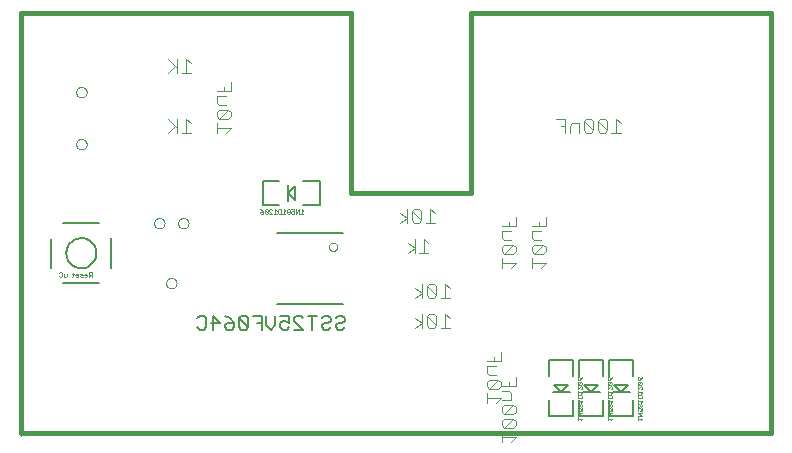
<source format=gbo>
G75*
%MOIN*%
%OFA0B0*%
%FSLAX24Y24*%
%IPPOS*%
%LPD*%
%AMOC8*
5,1,8,0,0,1.08239X$1,22.5*
%
%ADD10C,0.0000*%
%ADD11C,0.0160*%
%ADD12C,0.0040*%
%ADD13C,0.0080*%
%ADD14C,0.0010*%
%ADD15C,0.0060*%
%ADD16C,0.0020*%
%ADD17C,0.0050*%
D10*
X003100Y003862D02*
X003100Y003962D01*
X003100Y017962D01*
X004923Y015329D02*
X004925Y015355D01*
X004931Y015381D01*
X004941Y015406D01*
X004954Y015429D01*
X004970Y015449D01*
X004990Y015467D01*
X005012Y015482D01*
X005035Y015494D01*
X005061Y015502D01*
X005087Y015506D01*
X005113Y015506D01*
X005139Y015502D01*
X005165Y015494D01*
X005189Y015482D01*
X005210Y015467D01*
X005230Y015449D01*
X005246Y015429D01*
X005259Y015406D01*
X005269Y015381D01*
X005275Y015355D01*
X005277Y015329D01*
X005275Y015303D01*
X005269Y015277D01*
X005259Y015252D01*
X005246Y015229D01*
X005230Y015209D01*
X005210Y015191D01*
X005188Y015176D01*
X005165Y015164D01*
X005139Y015156D01*
X005113Y015152D01*
X005087Y015152D01*
X005061Y015156D01*
X005035Y015164D01*
X005011Y015176D01*
X004990Y015191D01*
X004970Y015209D01*
X004954Y015229D01*
X004941Y015252D01*
X004931Y015277D01*
X004925Y015303D01*
X004923Y015329D01*
X004923Y013596D02*
X004925Y013622D01*
X004931Y013648D01*
X004941Y013673D01*
X004954Y013696D01*
X004970Y013716D01*
X004990Y013734D01*
X005012Y013749D01*
X005035Y013761D01*
X005061Y013769D01*
X005087Y013773D01*
X005113Y013773D01*
X005139Y013769D01*
X005165Y013761D01*
X005189Y013749D01*
X005210Y013734D01*
X005230Y013716D01*
X005246Y013696D01*
X005259Y013673D01*
X005269Y013648D01*
X005275Y013622D01*
X005277Y013596D01*
X005275Y013570D01*
X005269Y013544D01*
X005259Y013519D01*
X005246Y013496D01*
X005230Y013476D01*
X005210Y013458D01*
X005188Y013443D01*
X005165Y013431D01*
X005139Y013423D01*
X005113Y013419D01*
X005087Y013419D01*
X005061Y013423D01*
X005035Y013431D01*
X005011Y013443D01*
X004990Y013458D01*
X004970Y013476D01*
X004954Y013496D01*
X004941Y013519D01*
X004931Y013544D01*
X004925Y013570D01*
X004923Y013596D01*
X007525Y010962D02*
X007527Y010988D01*
X007533Y011014D01*
X007542Y011038D01*
X007555Y011061D01*
X007572Y011081D01*
X007591Y011099D01*
X007613Y011114D01*
X007636Y011125D01*
X007661Y011133D01*
X007687Y011137D01*
X007713Y011137D01*
X007739Y011133D01*
X007764Y011125D01*
X007788Y011114D01*
X007809Y011099D01*
X007828Y011081D01*
X007845Y011061D01*
X007858Y011038D01*
X007867Y011014D01*
X007873Y010988D01*
X007875Y010962D01*
X007873Y010936D01*
X007867Y010910D01*
X007858Y010886D01*
X007845Y010863D01*
X007828Y010843D01*
X007809Y010825D01*
X007787Y010810D01*
X007764Y010799D01*
X007739Y010791D01*
X007713Y010787D01*
X007687Y010787D01*
X007661Y010791D01*
X007636Y010799D01*
X007612Y010810D01*
X007591Y010825D01*
X007572Y010843D01*
X007555Y010863D01*
X007542Y010886D01*
X007533Y010910D01*
X007527Y010936D01*
X007525Y010962D01*
X008325Y010962D02*
X008327Y010988D01*
X008333Y011014D01*
X008342Y011038D01*
X008355Y011061D01*
X008372Y011081D01*
X008391Y011099D01*
X008413Y011114D01*
X008436Y011125D01*
X008461Y011133D01*
X008487Y011137D01*
X008513Y011137D01*
X008539Y011133D01*
X008564Y011125D01*
X008588Y011114D01*
X008609Y011099D01*
X008628Y011081D01*
X008645Y011061D01*
X008658Y011038D01*
X008667Y011014D01*
X008673Y010988D01*
X008675Y010962D01*
X008673Y010936D01*
X008667Y010910D01*
X008658Y010886D01*
X008645Y010863D01*
X008628Y010843D01*
X008609Y010825D01*
X008587Y010810D01*
X008564Y010799D01*
X008539Y010791D01*
X008513Y010787D01*
X008487Y010787D01*
X008461Y010791D01*
X008436Y010799D01*
X008412Y010810D01*
X008391Y010825D01*
X008372Y010843D01*
X008355Y010863D01*
X008342Y010886D01*
X008333Y010910D01*
X008327Y010936D01*
X008325Y010962D01*
X007925Y008962D02*
X007927Y008988D01*
X007933Y009014D01*
X007942Y009038D01*
X007955Y009061D01*
X007972Y009081D01*
X007991Y009099D01*
X008013Y009114D01*
X008036Y009125D01*
X008061Y009133D01*
X008087Y009137D01*
X008113Y009137D01*
X008139Y009133D01*
X008164Y009125D01*
X008188Y009114D01*
X008209Y009099D01*
X008228Y009081D01*
X008245Y009061D01*
X008258Y009038D01*
X008267Y009014D01*
X008273Y008988D01*
X008275Y008962D01*
X008273Y008936D01*
X008267Y008910D01*
X008258Y008886D01*
X008245Y008863D01*
X008228Y008843D01*
X008209Y008825D01*
X008187Y008810D01*
X008164Y008799D01*
X008139Y008791D01*
X008113Y008787D01*
X008087Y008787D01*
X008061Y008791D01*
X008036Y008799D01*
X008012Y008810D01*
X007991Y008825D01*
X007972Y008843D01*
X007955Y008863D01*
X007942Y008886D01*
X007933Y008910D01*
X007927Y008936D01*
X007925Y008962D01*
D11*
X014100Y011962D02*
X018100Y011962D01*
X018100Y017962D01*
X028100Y017962D01*
X028100Y003962D01*
X003100Y003962D01*
X003100Y017962D01*
X014100Y017962D01*
X014100Y011962D01*
D12*
X015733Y011289D02*
X015964Y011136D01*
X015733Y010982D01*
X015964Y010982D02*
X015964Y011443D01*
X016117Y011366D02*
X016424Y011059D01*
X016347Y010982D01*
X016194Y010982D01*
X016117Y011059D01*
X016117Y011366D01*
X016194Y011443D01*
X016347Y011443D01*
X016424Y011366D01*
X016424Y011059D01*
X016578Y010982D02*
X016884Y010982D01*
X016731Y010982D02*
X016731Y011443D01*
X016884Y011289D01*
X016521Y010443D02*
X016521Y009982D01*
X016674Y009982D02*
X016367Y009982D01*
X016214Y009982D02*
X016214Y010443D01*
X015983Y010289D02*
X016214Y010136D01*
X015983Y009982D01*
X016521Y010443D02*
X016674Y010289D01*
X016694Y008943D02*
X016617Y008866D01*
X016924Y008559D01*
X016847Y008482D01*
X016694Y008482D01*
X016617Y008559D01*
X016617Y008866D01*
X016694Y008943D02*
X016847Y008943D01*
X016924Y008866D01*
X016924Y008559D01*
X017078Y008482D02*
X017384Y008482D01*
X017231Y008482D02*
X017231Y008943D01*
X017384Y008789D01*
X016464Y008636D02*
X016233Y008789D01*
X016464Y008636D02*
X016233Y008482D01*
X016464Y008482D02*
X016464Y008943D01*
X016464Y007943D02*
X016464Y007482D01*
X016464Y007636D02*
X016233Y007789D01*
X016464Y007636D02*
X016233Y007482D01*
X016617Y007559D02*
X016617Y007866D01*
X016924Y007559D01*
X016847Y007482D01*
X016694Y007482D01*
X016617Y007559D01*
X016924Y007559D02*
X016924Y007866D01*
X016847Y007943D01*
X016694Y007943D01*
X016617Y007866D01*
X017078Y007482D02*
X017384Y007482D01*
X017231Y007482D02*
X017231Y007943D01*
X017384Y007789D01*
X019080Y006671D02*
X019080Y006364D01*
X018620Y006364D01*
X018620Y006210D02*
X018927Y006210D01*
X018850Y006364D02*
X018850Y006517D01*
X018620Y006210D02*
X018620Y005980D01*
X018697Y005903D01*
X018927Y005903D01*
X019004Y005750D02*
X018697Y005750D01*
X018620Y005673D01*
X018620Y005520D01*
X018697Y005443D01*
X019004Y005750D01*
X019080Y005673D01*
X019080Y005520D01*
X019004Y005443D01*
X018697Y005443D01*
X018620Y005289D02*
X018620Y004982D01*
X018620Y005136D02*
X019080Y005136D01*
X018927Y004982D01*
X019120Y005062D02*
X019427Y005062D01*
X019427Y005292D01*
X019350Y005369D01*
X019120Y005369D01*
X019120Y005522D02*
X019580Y005522D01*
X019580Y005829D01*
X019350Y005676D02*
X019350Y005522D01*
X019197Y004908D02*
X019120Y004832D01*
X019120Y004678D01*
X019197Y004601D01*
X019504Y004908D01*
X019197Y004908D01*
X019504Y004908D02*
X019580Y004832D01*
X019580Y004678D01*
X019504Y004601D01*
X019197Y004601D01*
X019197Y004448D02*
X019120Y004371D01*
X019120Y004218D01*
X019197Y004141D01*
X019504Y004448D01*
X019197Y004448D01*
X019504Y004448D02*
X019580Y004371D01*
X019580Y004218D01*
X019504Y004141D01*
X019197Y004141D01*
X019120Y003987D02*
X019120Y003681D01*
X019120Y003834D02*
X019580Y003834D01*
X019427Y003681D01*
X019427Y009482D02*
X019580Y009636D01*
X019120Y009636D01*
X019120Y009789D02*
X019120Y009482D01*
X019197Y009943D02*
X019504Y010250D01*
X019197Y010250D01*
X019120Y010173D01*
X019120Y010020D01*
X019197Y009943D01*
X019504Y009943D01*
X019580Y010020D01*
X019580Y010173D01*
X019504Y010250D01*
X019427Y010403D02*
X019197Y010403D01*
X019120Y010480D01*
X019120Y010710D01*
X019427Y010710D01*
X019350Y010864D02*
X019350Y011017D01*
X019120Y010864D02*
X019580Y010864D01*
X019580Y011171D01*
X020120Y010864D02*
X020580Y010864D01*
X020580Y011171D01*
X020350Y011017D02*
X020350Y010864D01*
X020427Y010710D02*
X020120Y010710D01*
X020120Y010480D01*
X020197Y010403D01*
X020427Y010403D01*
X020504Y010250D02*
X020197Y009943D01*
X020120Y010020D01*
X020120Y010173D01*
X020197Y010250D01*
X020504Y010250D01*
X020580Y010173D01*
X020580Y010020D01*
X020504Y009943D01*
X020197Y009943D01*
X020120Y009789D02*
X020120Y009482D01*
X020120Y009636D02*
X020580Y009636D01*
X020427Y009482D01*
X021238Y013982D02*
X021238Y014443D01*
X020932Y014443D01*
X021085Y014213D02*
X021238Y014213D01*
X021392Y014213D02*
X021392Y013982D01*
X021392Y014213D02*
X021469Y014289D01*
X021699Y014289D01*
X021699Y013982D01*
X021852Y014059D02*
X021929Y013982D01*
X022082Y013982D01*
X022159Y014059D01*
X021852Y014366D01*
X021852Y014059D01*
X021852Y014366D02*
X021929Y014443D01*
X022082Y014443D01*
X022159Y014366D01*
X022159Y014059D01*
X022313Y014059D02*
X022313Y014366D01*
X022620Y014059D01*
X022543Y013982D01*
X022389Y013982D01*
X022313Y014059D01*
X022620Y014059D02*
X022620Y014366D01*
X022543Y014443D01*
X022389Y014443D01*
X022313Y014366D01*
X022773Y013982D02*
X023080Y013982D01*
X022927Y013982D02*
X022927Y014443D01*
X023080Y014289D01*
X010080Y014136D02*
X009620Y014136D01*
X009620Y014289D02*
X009620Y013982D01*
X009927Y013982D02*
X010080Y014136D01*
X010004Y014443D02*
X010080Y014520D01*
X010080Y014673D01*
X010004Y014750D01*
X009697Y014443D01*
X009620Y014520D01*
X009620Y014673D01*
X009697Y014750D01*
X010004Y014750D01*
X009927Y014903D02*
X009697Y014903D01*
X009620Y014980D01*
X009620Y015210D01*
X009927Y015210D01*
X009850Y015364D02*
X009850Y015517D01*
X009620Y015364D02*
X010080Y015364D01*
X010080Y015671D01*
X008751Y015982D02*
X008444Y015982D01*
X008597Y015982D02*
X008597Y016443D01*
X008751Y016289D01*
X008290Y016136D02*
X007983Y016443D01*
X008290Y016443D02*
X008290Y015982D01*
X008214Y016213D02*
X007983Y015982D01*
X007983Y014443D02*
X008290Y014136D01*
X008214Y014213D02*
X007983Y013982D01*
X008290Y013982D02*
X008290Y014443D01*
X008597Y014443D02*
X008597Y013982D01*
X008444Y013982D02*
X008751Y013982D01*
X008751Y014289D02*
X008597Y014443D01*
X009697Y014443D02*
X010004Y014443D01*
D13*
X011155Y012356D02*
X011155Y011569D01*
X011706Y011569D01*
X011982Y011687D02*
X011982Y011962D01*
X012218Y011726D01*
X012218Y012199D01*
X011982Y011962D01*
X011982Y012238D01*
X011706Y012356D02*
X011155Y012356D01*
X012494Y012356D02*
X013045Y012356D01*
X013045Y011569D01*
X012494Y011569D01*
X006100Y010462D02*
X006100Y009474D01*
X005706Y008962D02*
X004494Y008962D01*
X004100Y009474D02*
X004100Y010451D01*
X004494Y010962D02*
X005706Y010962D01*
X004600Y009962D02*
X004602Y010006D01*
X004608Y010050D01*
X004618Y010093D01*
X004631Y010135D01*
X004648Y010176D01*
X004669Y010215D01*
X004693Y010252D01*
X004720Y010287D01*
X004750Y010319D01*
X004783Y010349D01*
X004819Y010375D01*
X004856Y010399D01*
X004896Y010418D01*
X004937Y010435D01*
X004980Y010447D01*
X005023Y010456D01*
X005067Y010461D01*
X005111Y010462D01*
X005155Y010459D01*
X005199Y010452D01*
X005242Y010441D01*
X005284Y010427D01*
X005324Y010409D01*
X005363Y010387D01*
X005399Y010363D01*
X005433Y010335D01*
X005465Y010304D01*
X005494Y010270D01*
X005520Y010234D01*
X005542Y010196D01*
X005561Y010156D01*
X005576Y010114D01*
X005588Y010072D01*
X005596Y010028D01*
X005600Y009984D01*
X005600Y009940D01*
X005596Y009896D01*
X005588Y009852D01*
X005576Y009810D01*
X005561Y009768D01*
X005542Y009728D01*
X005520Y009690D01*
X005494Y009654D01*
X005465Y009620D01*
X005433Y009589D01*
X005399Y009561D01*
X005363Y009537D01*
X005324Y009515D01*
X005284Y009497D01*
X005242Y009483D01*
X005199Y009472D01*
X005155Y009465D01*
X005111Y009462D01*
X005067Y009463D01*
X005023Y009468D01*
X004980Y009477D01*
X004937Y009489D01*
X004896Y009506D01*
X004856Y009525D01*
X004819Y009549D01*
X004783Y009575D01*
X004750Y009605D01*
X004720Y009637D01*
X004693Y009672D01*
X004669Y009709D01*
X004648Y009748D01*
X004631Y009789D01*
X004618Y009831D01*
X004608Y009874D01*
X004602Y009918D01*
X004600Y009962D01*
X020706Y006407D02*
X020706Y005856D01*
X020864Y005581D02*
X021336Y005581D01*
X021100Y005344D01*
X020864Y005581D01*
X020824Y005344D02*
X021100Y005344D01*
X021376Y005344D01*
X021494Y005069D02*
X021494Y004518D01*
X020706Y004518D01*
X020706Y005069D01*
X021706Y005069D02*
X021706Y004518D01*
X022494Y004518D01*
X022494Y005069D01*
X022706Y005069D02*
X022706Y004518D01*
X023494Y004518D01*
X023494Y005069D01*
X023376Y005344D02*
X023100Y005344D01*
X023336Y005581D01*
X022864Y005581D01*
X023100Y005344D01*
X022824Y005344D01*
X022376Y005344D02*
X022100Y005344D01*
X022336Y005581D01*
X021864Y005581D01*
X022100Y005344D01*
X021824Y005344D01*
X021706Y005856D02*
X021706Y006407D01*
X022494Y006407D01*
X022494Y005856D01*
X022706Y005856D02*
X022706Y006407D01*
X023494Y006407D01*
X023494Y005856D01*
X021494Y005856D02*
X021494Y006407D01*
X020706Y006407D01*
D14*
X021645Y005795D02*
X021670Y005820D01*
X021695Y005820D01*
X021720Y005795D01*
X021720Y005720D01*
X021670Y005720D01*
X021645Y005745D01*
X021645Y005795D01*
X021720Y005720D02*
X021770Y005770D01*
X021795Y005820D01*
X021770Y005673D02*
X021670Y005573D01*
X021645Y005598D01*
X021645Y005648D01*
X021670Y005673D01*
X021770Y005673D01*
X021795Y005648D01*
X021795Y005598D01*
X021770Y005573D01*
X021670Y005573D01*
X021645Y005526D02*
X021645Y005426D01*
X021745Y005526D01*
X021770Y005526D01*
X021795Y005501D01*
X021795Y005451D01*
X021770Y005426D01*
X021795Y005328D02*
X021645Y005328D01*
X021645Y005278D02*
X021645Y005378D01*
X021745Y005278D02*
X021795Y005328D01*
X021770Y005231D02*
X021795Y005206D01*
X021795Y005131D01*
X021645Y005131D01*
X021645Y005206D01*
X021670Y005231D01*
X021770Y005231D01*
X021645Y005084D02*
X021645Y004984D01*
X021645Y005034D02*
X021795Y005034D01*
X021745Y004984D01*
X021745Y004936D02*
X021720Y004911D01*
X021720Y004861D01*
X021745Y004836D01*
X021770Y004836D01*
X021795Y004861D01*
X021795Y004911D01*
X021770Y004936D01*
X021745Y004936D01*
X021720Y004911D02*
X021695Y004936D01*
X021670Y004936D01*
X021645Y004911D01*
X021645Y004861D01*
X021670Y004836D01*
X021695Y004836D01*
X021720Y004861D01*
X021720Y004789D02*
X021670Y004789D01*
X021645Y004764D01*
X021645Y004714D01*
X021670Y004689D01*
X021720Y004689D02*
X021745Y004739D01*
X021745Y004764D01*
X021720Y004789D01*
X021795Y004789D02*
X021795Y004689D01*
X021720Y004689D01*
X021645Y004642D02*
X021795Y004642D01*
X021795Y004542D02*
X021645Y004642D01*
X021645Y004542D02*
X021795Y004542D01*
X021795Y004444D02*
X021645Y004444D01*
X021645Y004394D02*
X021645Y004494D01*
X021745Y004394D02*
X021795Y004444D01*
X022645Y004444D02*
X022795Y004444D01*
X022745Y004394D01*
X022645Y004394D02*
X022645Y004494D01*
X022645Y004542D02*
X022795Y004542D01*
X022645Y004642D01*
X022795Y004642D01*
X022795Y004689D02*
X022720Y004689D01*
X022745Y004739D01*
X022745Y004764D01*
X022720Y004789D01*
X022670Y004789D01*
X022645Y004764D01*
X022645Y004714D01*
X022670Y004689D01*
X022795Y004689D02*
X022795Y004789D01*
X022770Y004836D02*
X022745Y004836D01*
X022720Y004861D01*
X022720Y004911D01*
X022695Y004936D01*
X022670Y004936D01*
X022645Y004911D01*
X022645Y004861D01*
X022670Y004836D01*
X022695Y004836D01*
X022720Y004861D01*
X022720Y004911D02*
X022745Y004936D01*
X022770Y004936D01*
X022795Y004911D01*
X022795Y004861D01*
X022770Y004836D01*
X022745Y004984D02*
X022795Y005034D01*
X022645Y005034D01*
X022645Y004984D02*
X022645Y005084D01*
X022645Y005131D02*
X022645Y005206D01*
X022670Y005231D01*
X022770Y005231D01*
X022795Y005206D01*
X022795Y005131D01*
X022645Y005131D01*
X022645Y005278D02*
X022645Y005378D01*
X022645Y005426D02*
X022745Y005526D01*
X022770Y005526D01*
X022795Y005501D01*
X022795Y005451D01*
X022770Y005426D01*
X022795Y005328D02*
X022645Y005328D01*
X022645Y005426D02*
X022645Y005526D01*
X022670Y005573D02*
X022645Y005598D01*
X022645Y005648D01*
X022670Y005673D01*
X022770Y005673D01*
X022670Y005573D01*
X022770Y005573D01*
X022795Y005598D01*
X022795Y005648D01*
X022770Y005673D01*
X022720Y005720D02*
X022720Y005795D01*
X022695Y005820D01*
X022670Y005820D01*
X022645Y005795D01*
X022645Y005745D01*
X022670Y005720D01*
X022720Y005720D01*
X022770Y005770D01*
X022795Y005820D01*
X022795Y005328D02*
X022745Y005278D01*
X023645Y005278D02*
X023645Y005378D01*
X023645Y005426D02*
X023745Y005526D01*
X023770Y005526D01*
X023795Y005501D01*
X023795Y005451D01*
X023770Y005426D01*
X023795Y005328D02*
X023645Y005328D01*
X023645Y005426D02*
X023645Y005526D01*
X023670Y005573D02*
X023770Y005673D01*
X023670Y005673D01*
X023645Y005648D01*
X023645Y005598D01*
X023670Y005573D01*
X023770Y005573D01*
X023795Y005598D01*
X023795Y005648D01*
X023770Y005673D01*
X023720Y005720D02*
X023720Y005795D01*
X023695Y005820D01*
X023670Y005820D01*
X023645Y005795D01*
X023645Y005745D01*
X023670Y005720D01*
X023720Y005720D01*
X023770Y005770D01*
X023795Y005820D01*
X023795Y005328D02*
X023745Y005278D01*
X023770Y005231D02*
X023795Y005206D01*
X023795Y005131D01*
X023645Y005131D01*
X023645Y005206D01*
X023670Y005231D01*
X023770Y005231D01*
X023645Y005084D02*
X023645Y004984D01*
X023645Y005034D02*
X023795Y005034D01*
X023745Y004984D01*
X023745Y004936D02*
X023720Y004911D01*
X023720Y004861D01*
X023745Y004836D01*
X023770Y004836D01*
X023795Y004861D01*
X023795Y004911D01*
X023770Y004936D01*
X023745Y004936D01*
X023720Y004911D02*
X023695Y004936D01*
X023670Y004936D01*
X023645Y004911D01*
X023645Y004861D01*
X023670Y004836D01*
X023695Y004836D01*
X023720Y004861D01*
X023720Y004789D02*
X023670Y004789D01*
X023645Y004764D01*
X023645Y004714D01*
X023670Y004689D01*
X023720Y004689D02*
X023745Y004739D01*
X023745Y004764D01*
X023720Y004789D01*
X023795Y004789D02*
X023795Y004689D01*
X023720Y004689D01*
X023645Y004642D02*
X023795Y004642D01*
X023795Y004542D02*
X023645Y004642D01*
X023645Y004542D02*
X023795Y004542D01*
X023795Y004444D02*
X023645Y004444D01*
X023645Y004394D02*
X023645Y004494D01*
X023745Y004394D02*
X023795Y004444D01*
X012495Y011267D02*
X012395Y011267D01*
X012348Y011267D02*
X012348Y011418D01*
X012248Y011267D01*
X012248Y011418D01*
X012200Y011418D02*
X012200Y011343D01*
X012150Y011368D01*
X012125Y011368D01*
X012100Y011343D01*
X012100Y011293D01*
X012125Y011267D01*
X012175Y011267D01*
X012200Y011293D01*
X012200Y011418D02*
X012100Y011418D01*
X012053Y011393D02*
X012053Y011368D01*
X012028Y011343D01*
X011978Y011343D01*
X011953Y011318D01*
X011953Y011293D01*
X011978Y011267D01*
X012028Y011267D01*
X012053Y011293D01*
X012053Y011318D01*
X012028Y011343D01*
X011978Y011343D02*
X011953Y011368D01*
X011953Y011393D01*
X011978Y011418D01*
X012028Y011418D01*
X012053Y011393D01*
X011906Y011368D02*
X011856Y011418D01*
X011856Y011267D01*
X011906Y011267D02*
X011806Y011267D01*
X011758Y011267D02*
X011683Y011267D01*
X011658Y011293D01*
X011658Y011393D01*
X011683Y011418D01*
X011758Y011418D01*
X011758Y011267D01*
X011611Y011267D02*
X011511Y011267D01*
X011464Y011267D02*
X011364Y011368D01*
X011364Y011393D01*
X011389Y011418D01*
X011439Y011418D01*
X011464Y011393D01*
X011561Y011418D02*
X011561Y011267D01*
X011464Y011267D02*
X011364Y011267D01*
X011316Y011293D02*
X011216Y011393D01*
X011216Y011293D01*
X011241Y011267D01*
X011291Y011267D01*
X011316Y011293D01*
X011316Y011393D01*
X011291Y011418D01*
X011241Y011418D01*
X011216Y011393D01*
X011169Y011343D02*
X011094Y011343D01*
X011069Y011318D01*
X011069Y011293D01*
X011094Y011267D01*
X011144Y011267D01*
X011169Y011293D01*
X011169Y011343D01*
X011119Y011393D01*
X011069Y011418D01*
X011561Y011418D02*
X011611Y011368D01*
X012445Y011418D02*
X012445Y011267D01*
X012495Y011368D02*
X012445Y011418D01*
X005445Y009318D02*
X005370Y009318D01*
X005345Y009293D01*
X005345Y009243D01*
X005370Y009218D01*
X005445Y009218D01*
X005395Y009218D02*
X005345Y009167D01*
X005298Y009193D02*
X005298Y009243D01*
X005273Y009268D01*
X005223Y009268D01*
X005198Y009243D01*
X005198Y009218D01*
X005298Y009218D01*
X005298Y009193D02*
X005273Y009167D01*
X005223Y009167D01*
X005150Y009167D02*
X005075Y009167D01*
X005050Y009193D01*
X005075Y009218D01*
X005125Y009218D01*
X005150Y009243D01*
X005125Y009268D01*
X005050Y009268D01*
X005003Y009243D02*
X004978Y009268D01*
X004928Y009268D01*
X004903Y009243D01*
X004903Y009218D01*
X005003Y009218D01*
X005003Y009193D02*
X005003Y009243D01*
X005003Y009193D02*
X004978Y009167D01*
X004928Y009167D01*
X004831Y009193D02*
X004806Y009167D01*
X004831Y009193D02*
X004831Y009293D01*
X004856Y009268D02*
X004806Y009268D01*
X004610Y009268D02*
X004610Y009193D01*
X004585Y009167D01*
X004510Y009167D01*
X004510Y009268D01*
X004463Y009293D02*
X004463Y009193D01*
X004438Y009167D01*
X004388Y009167D01*
X004363Y009193D01*
X004363Y009293D02*
X004388Y009318D01*
X004438Y009318D01*
X004463Y009293D01*
X005445Y009318D02*
X005445Y009167D01*
D15*
X011640Y008283D02*
X013810Y008283D01*
X013810Y010642D02*
X011640Y010642D01*
D16*
X013350Y010172D02*
X013352Y010195D01*
X013358Y010217D01*
X013367Y010239D01*
X013380Y010258D01*
X013395Y010275D01*
X013413Y010289D01*
X013434Y010300D01*
X013456Y010308D01*
X013478Y010312D01*
X013502Y010312D01*
X013524Y010308D01*
X013546Y010300D01*
X013567Y010289D01*
X013585Y010275D01*
X013600Y010258D01*
X013613Y010239D01*
X013622Y010217D01*
X013628Y010195D01*
X013630Y010172D01*
X013628Y010149D01*
X013622Y010127D01*
X013613Y010105D01*
X013600Y010086D01*
X013585Y010069D01*
X013567Y010055D01*
X013546Y010044D01*
X013524Y010036D01*
X013502Y010032D01*
X013478Y010032D01*
X013456Y010036D01*
X013434Y010044D01*
X013413Y010055D01*
X013395Y010069D01*
X013380Y010086D01*
X013367Y010105D01*
X013358Y010127D01*
X013352Y010149D01*
X013350Y010172D01*
D17*
X013340Y007863D02*
X013415Y007788D01*
X013415Y007713D01*
X013340Y007638D01*
X013189Y007638D01*
X013114Y007563D01*
X013114Y007488D01*
X013189Y007412D01*
X013340Y007412D01*
X013415Y007488D01*
X013575Y007488D02*
X013650Y007412D01*
X013800Y007412D01*
X013875Y007488D01*
X013800Y007638D02*
X013650Y007638D01*
X013575Y007563D01*
X013575Y007488D01*
X013800Y007638D02*
X013875Y007713D01*
X013875Y007788D01*
X013800Y007863D01*
X013650Y007863D01*
X013575Y007788D01*
X013340Y007863D02*
X013189Y007863D01*
X013114Y007788D01*
X012954Y007863D02*
X012654Y007863D01*
X012804Y007863D02*
X012804Y007412D01*
X012494Y007412D02*
X012194Y007713D01*
X012194Y007788D01*
X012269Y007863D01*
X012419Y007863D01*
X012494Y007788D01*
X012494Y007412D02*
X012194Y007412D01*
X012033Y007488D02*
X011958Y007412D01*
X011808Y007412D01*
X011733Y007488D01*
X011733Y007638D01*
X011808Y007713D01*
X011883Y007713D01*
X012033Y007638D01*
X012033Y007863D01*
X011733Y007863D01*
X011573Y007863D02*
X011573Y007563D01*
X011423Y007412D01*
X011273Y007563D01*
X011273Y007863D01*
X011113Y007863D02*
X010812Y007863D01*
X010652Y007788D02*
X010577Y007863D01*
X010427Y007863D01*
X010352Y007788D01*
X010652Y007488D01*
X010577Y007412D01*
X010427Y007412D01*
X010352Y007488D01*
X010352Y007788D01*
X010192Y007638D02*
X009967Y007638D01*
X009892Y007563D01*
X009892Y007488D01*
X009967Y007412D01*
X010117Y007412D01*
X010192Y007488D01*
X010192Y007638D01*
X010042Y007788D01*
X009892Y007863D01*
X009731Y007638D02*
X009431Y007638D01*
X009271Y007788D02*
X009271Y007488D01*
X009196Y007412D01*
X009046Y007412D01*
X008971Y007488D01*
X008971Y007788D02*
X009046Y007863D01*
X009196Y007863D01*
X009271Y007788D01*
X009506Y007863D02*
X009731Y007638D01*
X009506Y007412D02*
X009506Y007863D01*
X010652Y007788D02*
X010652Y007488D01*
X010963Y007638D02*
X011113Y007638D01*
X011113Y007863D02*
X011113Y007412D01*
M02*

</source>
